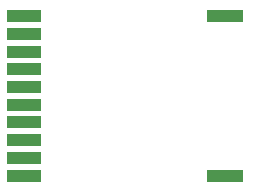
<source format=gbr>
G04 DipTrace 2.4.0.2*
%INTopPaste.gbr*%
%MOMM*%
%ADD16R,3.0X1.0*%
%FSLAX53Y53*%
G04*
G71*
G90*
G75*
G01*
%LNTopPaste*%
%LPD*%
D16*
X8833Y18015D3*
Y16515D3*
Y15015D3*
Y13515D3*
Y12015D3*
Y10515D3*
Y9015D3*
Y7515D3*
Y6015D3*
Y4515D3*
G36*
X27333Y17515D2*
X24333D1*
Y18515D1*
X27333D1*
Y17515D1*
G37*
G36*
Y4015D2*
X24333D1*
Y5015D1*
X27333D1*
Y4015D1*
G37*
M02*

</source>
